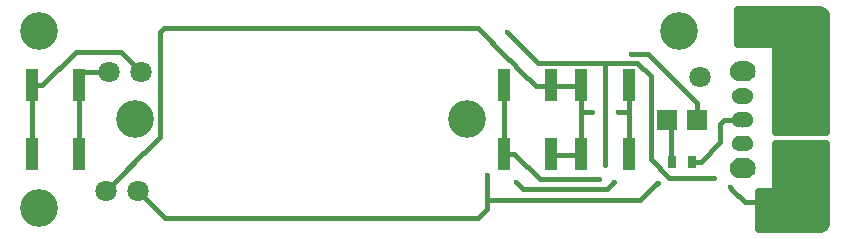
<source format=gbr>
G04 #@! TF.GenerationSoftware,KiCad,Pcbnew,5.1.0-unknown-9e240db~82~ubuntu18.04.1*
G04 #@! TF.CreationDate,2019-04-19T11:11:02+02:00*
G04 #@! TF.ProjectId,VoltMax PWM Board B,566f6c74-4d61-4782-9050-574d20426f61,rev?*
G04 #@! TF.SameCoordinates,Original*
G04 #@! TF.FileFunction,Copper,L1,Top*
G04 #@! TF.FilePolarity,Positive*
%FSLAX46Y46*%
G04 Gerber Fmt 4.6, Leading zero omitted, Abs format (unit mm)*
G04 Created by KiCad (PCBNEW 5.1.0-unknown-9e240db~82~ubuntu18.04.1) date 2019-04-19 11:11:02*
%MOMM*%
%LPD*%
G04 APERTURE LIST*
%ADD10C,0.100000*%
%ADD11C,3.200000*%
%ADD12C,1.700000*%
%ADD13C,1.300000*%
%ADD14C,4.000000*%
%ADD15R,1.800000X1.800000*%
%ADD16C,1.800000*%
%ADD17R,0.670000X1.000000*%
%ADD18R,1.000000X2.800000*%
%ADD19C,0.400000*%
%ADD20C,0.400000*%
%ADD21C,0.500000*%
G04 APERTURE END LIST*
D10*
G36*
X176980000Y-105089000D02*
G01*
X177113000Y-105079000D01*
X177242000Y-105047000D01*
X177365000Y-104996000D01*
X177479000Y-104927000D01*
X177580000Y-104840000D01*
X177667000Y-104739000D01*
X177736000Y-104625000D01*
X177787000Y-104502000D01*
X177819000Y-104373000D01*
X177829000Y-104240000D01*
X177819000Y-104107000D01*
X177787000Y-103978000D01*
X177736000Y-103855000D01*
X177667000Y-103741000D01*
X177580000Y-103640000D01*
X177479000Y-103553000D01*
X177365000Y-103484000D01*
X177242000Y-103433000D01*
X177113000Y-103401000D01*
X176980000Y-103391000D01*
X176480000Y-103391000D01*
X176347000Y-103401000D01*
X176218000Y-103433000D01*
X176095000Y-103484000D01*
X175981000Y-103553000D01*
X175880000Y-103640000D01*
X175793000Y-103741000D01*
X175724000Y-103855000D01*
X175673000Y-103978000D01*
X175641000Y-104107000D01*
X175631000Y-104240000D01*
X175641000Y-104373000D01*
X175673000Y-104502000D01*
X175724000Y-104625000D01*
X175793000Y-104739000D01*
X175880000Y-104840000D01*
X175981000Y-104927000D01*
X176095000Y-104996000D01*
X176218000Y-105047000D01*
X176347000Y-105079000D01*
X176480000Y-105089000D01*
X176980000Y-105089000D01*
G37*
G36*
X176980000Y-96889000D02*
G01*
X177113000Y-96879000D01*
X177242000Y-96847000D01*
X177365000Y-96796000D01*
X177479000Y-96727000D01*
X177580000Y-96640000D01*
X177667000Y-96539000D01*
X177736000Y-96425000D01*
X177787000Y-96302000D01*
X177819000Y-96173000D01*
X177829000Y-96040000D01*
X177819000Y-95907000D01*
X177787000Y-95778000D01*
X177736000Y-95655000D01*
X177667000Y-95541000D01*
X177580000Y-95440000D01*
X177479000Y-95353000D01*
X177365000Y-95284000D01*
X177242000Y-95233000D01*
X177113000Y-95201000D01*
X176980000Y-95191000D01*
X176480000Y-95191000D01*
X176347000Y-95201000D01*
X176218000Y-95233000D01*
X176095000Y-95284000D01*
X175981000Y-95353000D01*
X175880000Y-95440000D01*
X175793000Y-95541000D01*
X175724000Y-95655000D01*
X175673000Y-95778000D01*
X175641000Y-95907000D01*
X175631000Y-96040000D01*
X175641000Y-96173000D01*
X175673000Y-96302000D01*
X175724000Y-96425000D01*
X175793000Y-96539000D01*
X175880000Y-96640000D01*
X175981000Y-96727000D01*
X176095000Y-96796000D01*
X176218000Y-96847000D01*
X176347000Y-96879000D01*
X176480000Y-96889000D01*
X176980000Y-96889000D01*
G37*
G36*
X176980000Y-102789000D02*
G01*
X177082000Y-102781000D01*
X177181000Y-102757000D01*
X177275000Y-102718000D01*
X177361000Y-102665000D01*
X177439000Y-102599000D01*
X177505000Y-102521000D01*
X177558000Y-102435000D01*
X177597000Y-102341000D01*
X177621000Y-102242000D01*
X177629000Y-102140000D01*
X177621000Y-102038000D01*
X177597000Y-101939000D01*
X177558000Y-101845000D01*
X177505000Y-101759000D01*
X177439000Y-101681000D01*
X177361000Y-101615000D01*
X177275000Y-101562000D01*
X177181000Y-101523000D01*
X177082000Y-101499000D01*
X176980000Y-101491000D01*
X176480000Y-101491000D01*
X176378000Y-101499000D01*
X176279000Y-101523000D01*
X176185000Y-101562000D01*
X176099000Y-101615000D01*
X176021000Y-101681000D01*
X175955000Y-101759000D01*
X175902000Y-101845000D01*
X175863000Y-101939000D01*
X175839000Y-102038000D01*
X175831000Y-102140000D01*
X175839000Y-102242000D01*
X175863000Y-102341000D01*
X175902000Y-102435000D01*
X175955000Y-102521000D01*
X176021000Y-102599000D01*
X176099000Y-102665000D01*
X176185000Y-102718000D01*
X176279000Y-102757000D01*
X176378000Y-102781000D01*
X176480000Y-102789000D01*
X176980000Y-102789000D01*
G37*
G36*
X176980000Y-100789000D02*
G01*
X177082000Y-100781000D01*
X177181000Y-100757000D01*
X177275000Y-100718000D01*
X177361000Y-100665000D01*
X177439000Y-100599000D01*
X177505000Y-100521000D01*
X177558000Y-100435000D01*
X177597000Y-100341000D01*
X177621000Y-100242000D01*
X177629000Y-100140000D01*
X177621000Y-100038000D01*
X177597000Y-99939000D01*
X177558000Y-99845000D01*
X177505000Y-99759000D01*
X177439000Y-99681000D01*
X177361000Y-99615000D01*
X177275000Y-99562000D01*
X177181000Y-99523000D01*
X177082000Y-99499000D01*
X176980000Y-99491000D01*
X176480000Y-99491000D01*
X176378000Y-99499000D01*
X176279000Y-99523000D01*
X176185000Y-99562000D01*
X176099000Y-99615000D01*
X176021000Y-99681000D01*
X175955000Y-99759000D01*
X175902000Y-99845000D01*
X175863000Y-99939000D01*
X175839000Y-100038000D01*
X175831000Y-100140000D01*
X175839000Y-100242000D01*
X175863000Y-100341000D01*
X175902000Y-100435000D01*
X175955000Y-100521000D01*
X176021000Y-100599000D01*
X176099000Y-100665000D01*
X176185000Y-100718000D01*
X176279000Y-100757000D01*
X176378000Y-100781000D01*
X176480000Y-100789000D01*
X176980000Y-100789000D01*
G37*
G36*
X176980000Y-98789000D02*
G01*
X177082000Y-98781000D01*
X177181000Y-98757000D01*
X177275000Y-98718000D01*
X177361000Y-98665000D01*
X177439000Y-98599000D01*
X177505000Y-98521000D01*
X177558000Y-98435000D01*
X177597000Y-98341000D01*
X177621000Y-98242000D01*
X177629000Y-98140000D01*
X177621000Y-98038000D01*
X177597000Y-97939000D01*
X177558000Y-97845000D01*
X177505000Y-97759000D01*
X177439000Y-97681000D01*
X177361000Y-97615000D01*
X177275000Y-97562000D01*
X177181000Y-97523000D01*
X177082000Y-97499000D01*
X176980000Y-97491000D01*
X176480000Y-97491000D01*
X176378000Y-97499000D01*
X176279000Y-97523000D01*
X176185000Y-97562000D01*
X176099000Y-97615000D01*
X176021000Y-97681000D01*
X175955000Y-97759000D01*
X175902000Y-97845000D01*
X175863000Y-97939000D01*
X175839000Y-98038000D01*
X175831000Y-98140000D01*
X175839000Y-98242000D01*
X175863000Y-98341000D01*
X175902000Y-98435000D01*
X175955000Y-98521000D01*
X176021000Y-98599000D01*
X176099000Y-98665000D01*
X176185000Y-98718000D01*
X176279000Y-98757000D01*
X176378000Y-98781000D01*
X176480000Y-98789000D01*
X176980000Y-98789000D01*
G37*
D11*
X153400000Y-100100000D03*
D12*
X176730000Y-104240000D03*
X176730000Y-96040000D03*
D13*
X176730000Y-102140000D03*
X176730000Y-100140000D03*
X176730000Y-98140000D03*
D14*
X181600000Y-93090000D03*
X181600000Y-107220000D03*
D11*
X117169000Y-107644000D03*
X117169000Y-92643600D03*
X171309000Y-92643600D03*
X125300000Y-100100000D03*
D15*
X170340000Y-100144000D03*
X172880000Y-100144000D03*
D16*
X173100000Y-96500000D03*
X125800000Y-96100000D03*
X123100000Y-96100000D03*
D17*
X172475000Y-103700000D03*
X170725000Y-103700000D03*
D16*
X122800000Y-106200000D03*
X125500000Y-106200000D03*
D18*
X120523000Y-97244000D03*
X120523000Y-103044000D03*
X116523000Y-97244000D03*
X116523000Y-103044000D03*
X160510000Y-97250000D03*
X160510000Y-103050000D03*
X156510000Y-97250000D03*
X156510000Y-103050000D03*
X167070000Y-97250000D03*
X167070000Y-103050000D03*
X163070000Y-97250000D03*
X163070000Y-103050000D03*
D19*
X166200000Y-99500000D03*
X167316200Y-94592000D03*
X161571400Y-103161200D03*
X179500000Y-109200000D03*
X178100000Y-109200000D03*
X178800000Y-109200000D03*
X178800000Y-108500000D03*
X178100000Y-108500000D03*
X178100000Y-107800000D03*
X178800000Y-107800000D03*
X178100000Y-107100000D03*
X178800000Y-107100000D03*
X178800000Y-106400000D03*
X183800000Y-105000000D03*
X179600000Y-105000000D03*
X179600000Y-104300000D03*
X180300000Y-104300000D03*
X183800000Y-104300000D03*
X183100000Y-104300000D03*
X181700000Y-104300000D03*
X181000000Y-104300000D03*
X182400000Y-104300000D03*
X183100000Y-103600000D03*
X181000000Y-103600000D03*
X181700000Y-103600000D03*
X182400000Y-103600000D03*
X183800000Y-103600000D03*
X182400000Y-102900000D03*
X181000000Y-102900000D03*
X183800000Y-102900000D03*
X181700000Y-102900000D03*
X183100000Y-102900000D03*
X183800000Y-102200000D03*
X183100000Y-102200000D03*
X182400000Y-102200000D03*
X181700000Y-102200000D03*
X181000000Y-102200000D03*
X178100000Y-106400000D03*
X175634150Y-105865850D03*
X157100004Y-95199996D03*
X164000000Y-99500000D03*
X164599982Y-105199979D03*
X179600000Y-95400000D03*
X183800000Y-95400000D03*
X183800000Y-96100000D03*
X183100000Y-96100000D03*
X182400000Y-96100000D03*
X183100000Y-96800000D03*
X182400000Y-96800000D03*
X183800000Y-96800000D03*
X183100000Y-97500000D03*
X183800000Y-97500000D03*
X182400000Y-97500000D03*
X182400000Y-98200000D03*
X182400000Y-98900000D03*
X183800000Y-98200000D03*
X183800000Y-100300000D03*
X183800000Y-99600000D03*
X183800000Y-98900000D03*
X183800000Y-101000000D03*
X180300000Y-101000000D03*
X183100000Y-100300000D03*
X181000000Y-101000000D03*
X182400000Y-100300000D03*
X181000000Y-100300000D03*
X181700000Y-99600000D03*
X183100000Y-101000000D03*
X183100000Y-98200000D03*
X181700000Y-100300000D03*
X181000000Y-99600000D03*
X179600000Y-99600000D03*
X179600000Y-101000000D03*
X182400000Y-101000000D03*
X180300000Y-100300000D03*
X182400000Y-99600000D03*
X180300000Y-99600000D03*
X179600000Y-100300000D03*
X183100000Y-99600000D03*
X183100000Y-98900000D03*
X181700000Y-101000000D03*
X180300000Y-96800000D03*
X181700000Y-98900000D03*
X181700000Y-96800000D03*
X180300000Y-97500000D03*
X181000000Y-98900000D03*
X181700000Y-97500000D03*
X181700000Y-96100000D03*
X180300000Y-98900000D03*
X181000000Y-96800000D03*
X181000000Y-96100000D03*
X179600000Y-97500000D03*
X179600000Y-98900000D03*
X181000000Y-97500000D03*
X181700000Y-98200000D03*
X179600000Y-96100000D03*
X180300000Y-96100000D03*
X179600000Y-96800000D03*
X179600000Y-98200000D03*
X180300000Y-98200000D03*
X181000000Y-98200000D03*
X178400000Y-93700000D03*
X176400000Y-93700000D03*
X177100000Y-93700000D03*
X177750000Y-93700000D03*
X177100000Y-93000000D03*
X178400000Y-93000000D03*
X176400000Y-93000000D03*
X177750000Y-93000000D03*
X177100000Y-92300000D03*
X178400000Y-92300000D03*
X177750000Y-92300000D03*
X176400000Y-92300000D03*
X178400000Y-91600000D03*
X177750000Y-91600000D03*
X177100000Y-91600000D03*
X179100000Y-90900000D03*
X178400000Y-90900000D03*
X176400000Y-91600000D03*
X177750000Y-90900000D03*
X177100000Y-90900000D03*
X176400000Y-90900000D03*
X165801800Y-105446000D03*
X157500000Y-105400000D03*
X156782600Y-92702700D03*
X174300001Y-105064490D03*
X165100000Y-104000000D03*
X169532000Y-105488900D03*
X155100011Y-104799989D03*
D20*
X167070000Y-99875500D02*
X167070000Y-99150300D01*
X167070000Y-103050000D02*
X167070000Y-99875500D01*
X167070000Y-97250000D02*
X167070000Y-99150300D01*
X167070000Y-99875500D02*
X167070000Y-99530000D01*
X167040000Y-99500000D02*
X166200000Y-99500000D01*
X172880000Y-100144000D02*
X172880000Y-98743700D01*
X172880000Y-98743700D02*
X168728300Y-94592000D01*
X168728300Y-94592000D02*
X167316200Y-94592000D01*
X160510000Y-97250000D02*
X160510000Y-96925200D01*
X163070000Y-97590700D02*
X163070000Y-97931400D01*
X163070000Y-97250000D02*
X163070000Y-97590700D01*
X177982900Y-107129200D02*
X176897500Y-107129200D01*
X176897500Y-107129200D02*
X175834149Y-106065849D01*
X175834149Y-106065849D02*
X175634150Y-105865850D01*
X163070000Y-97250000D02*
X163070000Y-99124000D01*
X164000000Y-99500000D02*
X163200000Y-99500000D01*
X163070000Y-99124000D02*
X163070000Y-99370000D01*
X163200000Y-99500000D02*
X163070000Y-99370000D01*
X163070000Y-99370000D02*
X163070000Y-103050000D01*
X160884800Y-97300000D02*
X160510000Y-96925200D01*
X163070000Y-97590700D02*
X162779300Y-97300000D01*
X162779300Y-97300000D02*
X160884800Y-97300000D01*
X160621200Y-103161200D02*
X160510000Y-103050000D01*
X161571400Y-103161200D02*
X160621200Y-103161200D01*
X162958800Y-103161200D02*
X161571400Y-103161200D01*
X163070000Y-103050000D02*
X162958800Y-103161200D01*
X157900000Y-95999992D02*
X157100004Y-95199996D01*
X160684800Y-97300000D02*
X159200008Y-97300000D01*
X159200008Y-97300000D02*
X157900000Y-95999992D01*
X122800000Y-106200000D02*
X125200000Y-103800000D01*
X127759924Y-92386590D02*
X154286598Y-92386590D01*
X127400001Y-92746513D02*
X127759924Y-92386590D01*
X156900005Y-94999997D02*
X157100004Y-95199996D01*
X154286598Y-92386590D02*
X156900005Y-94999997D01*
X124646514Y-104353486D02*
X127400001Y-101599999D01*
X127400001Y-101599999D02*
X127400001Y-92746513D01*
X156510000Y-97250000D02*
X156510000Y-99150300D01*
X156510000Y-103050000D02*
X156510000Y-101149700D01*
X156510000Y-101149700D02*
X156510000Y-99150300D01*
X156510000Y-103050000D02*
X157410000Y-103050000D01*
X159559979Y-105199979D02*
X164317140Y-105199979D01*
X157410000Y-103050000D02*
X159559979Y-105199979D01*
X164317140Y-105199979D02*
X164599982Y-105199979D01*
X174800000Y-100500000D02*
X175160000Y-100140000D01*
X172475000Y-103700000D02*
X173170000Y-103700000D01*
X175160000Y-100140000D02*
X176730000Y-100140000D01*
X174800000Y-102070000D02*
X174800000Y-100500000D01*
X173170000Y-103700000D02*
X174800000Y-102070000D01*
X170700000Y-103675000D02*
X170700000Y-100829300D01*
X170725000Y-103700000D02*
X170700000Y-103675000D01*
X157699999Y-105599999D02*
X157500000Y-105400000D01*
X158143400Y-106043400D02*
X157699999Y-105599999D01*
X165801800Y-105446000D02*
X165204400Y-106043400D01*
X165204400Y-106043400D02*
X158143400Y-106043400D01*
X165124000Y-95327000D02*
X167801700Y-95327000D01*
X174017159Y-105064490D02*
X174300001Y-105064490D01*
X168939700Y-96465000D02*
X168939700Y-103471700D01*
X167801700Y-95327000D02*
X168939700Y-96465000D01*
X168939700Y-103471700D02*
X170532490Y-105064490D01*
X170532490Y-105064490D02*
X174017159Y-105064490D01*
X159406900Y-95327000D02*
X156782600Y-92702700D01*
X165124000Y-95327000D02*
X159406900Y-95327000D01*
X165100000Y-103717158D02*
X165100000Y-104000000D01*
X165100000Y-95351000D02*
X165100000Y-103717158D01*
X165124000Y-95327000D02*
X165100000Y-95351000D01*
X155100011Y-107699989D02*
X155100011Y-104799989D01*
X154303379Y-108496621D02*
X155100011Y-107699989D01*
X125500000Y-106200000D02*
X127796621Y-108496621D01*
X127796621Y-108496621D02*
X154303379Y-108496621D01*
X169332001Y-105688899D02*
X169532000Y-105488900D01*
X168081400Y-106939500D02*
X169332001Y-105688899D01*
X155100011Y-104799989D02*
X155100011Y-106939500D01*
X155100011Y-106939500D02*
X168081400Y-106939500D01*
X120523000Y-96377000D02*
X120523000Y-97244000D01*
X123200000Y-96100000D02*
X120800000Y-96100000D01*
X120800000Y-96100000D02*
X120523000Y-96377000D01*
X120523000Y-97244000D02*
X120523000Y-103044000D01*
X116523000Y-97244000D02*
X116523000Y-101143700D01*
X116523000Y-103044000D02*
X116523000Y-101143700D01*
X117423000Y-97244000D02*
X116523000Y-97244000D01*
X120267000Y-94400000D02*
X117423000Y-97244000D01*
X125800000Y-96100000D02*
X124100000Y-94400000D01*
X124100000Y-94400000D02*
X120267000Y-94400000D01*
D21*
G36*
X183271097Y-90786278D02*
G01*
X183415306Y-90829798D01*
X183548321Y-90900502D01*
X183665061Y-90995689D01*
X183761095Y-91111745D01*
X183832758Y-91244245D01*
X183877319Y-91388135D01*
X183896101Y-91566618D01*
X183896100Y-101250000D01*
X179450000Y-101250000D01*
X179450000Y-94100000D01*
X179445196Y-94051227D01*
X179430970Y-94004329D01*
X179407867Y-93961107D01*
X179376777Y-93923223D01*
X179338893Y-93892133D01*
X179295671Y-93869030D01*
X179248773Y-93854804D01*
X179200000Y-93850000D01*
X176239151Y-93850000D01*
X176259423Y-90768600D01*
X183090577Y-90768600D01*
X183271097Y-90786278D01*
X183271097Y-90786278D01*
G37*
X183271097Y-90786278D02*
X183415306Y-90829798D01*
X183548321Y-90900502D01*
X183665061Y-90995689D01*
X183761095Y-91111745D01*
X183832758Y-91244245D01*
X183877319Y-91388135D01*
X183896101Y-91566618D01*
X183896100Y-101250000D01*
X179450000Y-101250000D01*
X179450000Y-94100000D01*
X179445196Y-94051227D01*
X179430970Y-94004329D01*
X179407867Y-93961107D01*
X179376777Y-93923223D01*
X179338893Y-93892133D01*
X179295671Y-93869030D01*
X179248773Y-93854804D01*
X179200000Y-93850000D01*
X176239151Y-93850000D01*
X176259423Y-90768600D01*
X183090577Y-90768600D01*
X183271097Y-90786278D01*
G36*
X183896100Y-106324303D02*
G01*
X183896101Y-106324313D01*
X183896100Y-108713066D01*
X183878421Y-108893595D01*
X183834901Y-109037805D01*
X183764199Y-109170817D01*
X183669009Y-109287561D01*
X183552954Y-109383594D01*
X183420452Y-109455259D01*
X183276565Y-109499819D01*
X183098091Y-109518600D01*
X178050000Y-109518600D01*
X178050000Y-106150000D01*
X179200000Y-106150000D01*
X179248773Y-106145196D01*
X179295671Y-106130970D01*
X179338893Y-106107867D01*
X179376777Y-106076777D01*
X179407867Y-106038893D01*
X179430970Y-105995671D01*
X179445196Y-105948773D01*
X179450000Y-105900000D01*
X179450000Y-102150000D01*
X183896100Y-102150000D01*
X183896100Y-106324303D01*
X183896100Y-106324303D01*
G37*
X183896100Y-106324303D02*
X183896101Y-106324313D01*
X183896100Y-108713066D01*
X183878421Y-108893595D01*
X183834901Y-109037805D01*
X183764199Y-109170817D01*
X183669009Y-109287561D01*
X183552954Y-109383594D01*
X183420452Y-109455259D01*
X183276565Y-109499819D01*
X183098091Y-109518600D01*
X178050000Y-109518600D01*
X178050000Y-106150000D01*
X179200000Y-106150000D01*
X179248773Y-106145196D01*
X179295671Y-106130970D01*
X179338893Y-106107867D01*
X179376777Y-106076777D01*
X179407867Y-106038893D01*
X179430970Y-105995671D01*
X179445196Y-105948773D01*
X179450000Y-105900000D01*
X179450000Y-102150000D01*
X183896100Y-102150000D01*
X183896100Y-106324303D01*
M02*

</source>
